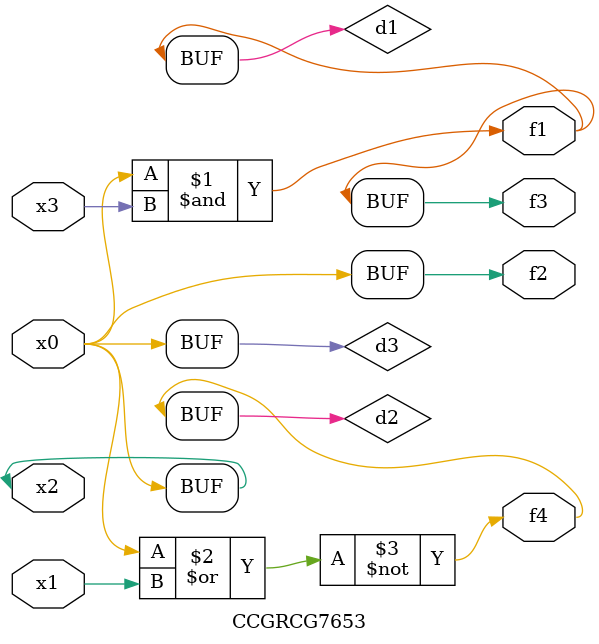
<source format=v>
module CCGRCG7653(
	input x0, x1, x2, x3,
	output f1, f2, f3, f4
);

	wire d1, d2, d3;

	and (d1, x2, x3);
	nor (d2, x0, x1);
	buf (d3, x0, x2);
	assign f1 = d1;
	assign f2 = d3;
	assign f3 = d1;
	assign f4 = d2;
endmodule

</source>
